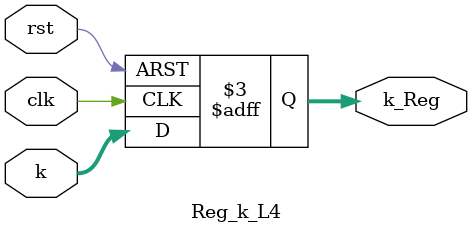
<source format=v>
module Reg_k_L4(k_Reg,clk,rst,k);
output reg [1:0] k_Reg;
input clk,rst;
input [1:0] k;

always @ (posedge clk or negedge rst)
	begin
		if (!rst ) 
			k_Reg<=0; 
		else  
			k_Reg<=k; 
	end
endmodule

</source>
